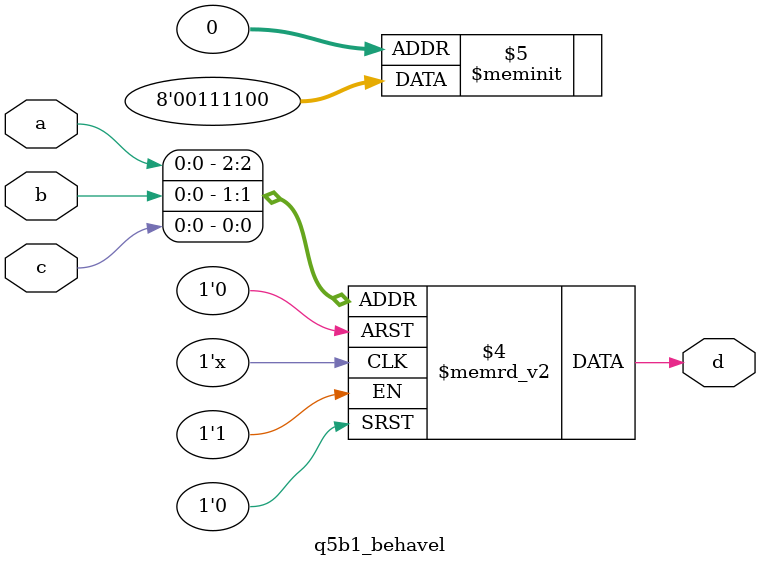
<source format=v>
module q5b1_behavel(input a, b, c, output reg d);
always@(a, b, c)
case({a, b, c})
{1'b0, 1'b0, 1'b0}:d = 1'b0;
{1'b0, 1'b0, 1'b1}:d = 1'b0;
{1'b0, 1'b1, 1'b0}:d = 1'b1;
{1'b0, 1'b1, 1'b1}:d = 1'b1;
{1'b1, 1'b0, 1'b0}:d = 1'b1;
{1'b1, 1'b0, 1'b1}:d = 1'b1;
{1'b1, 1'b1, 1'b0}:d = 1'b0;
{1'b1, 1'b1, 1'b1}:d = 1'b0;
endcase
endmodule
</source>
